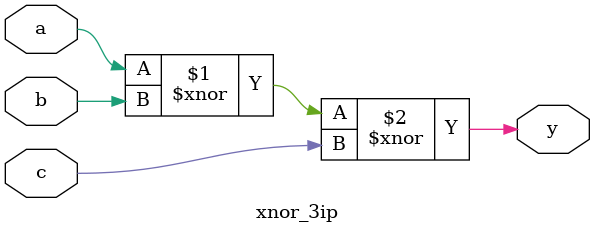
<source format=sv>
module xnor_3ip(a,b,c,y);
  input wire a, b, c;
  output wire y;
  
  assign y = a~^b~^c;
  
endmodule

</source>
